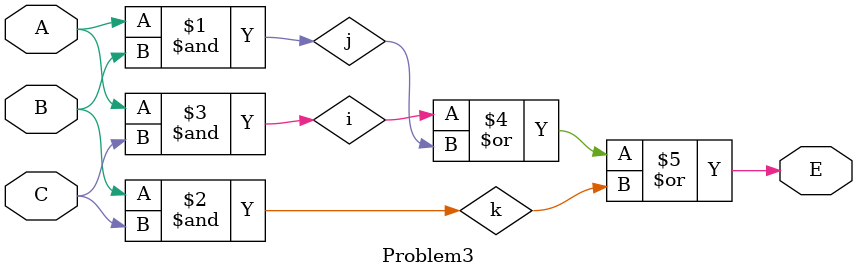
<source format=v>
module Problem3 (A, B, C, E);

	output E;
	input A, B, C;
	wire i, j, k;
	
	and G1 (j, A, B);
	and G2 (k, B, C);
	and G3 (i, A, C);
	or  G4 (E, i, j, k);


endmodule

</source>
